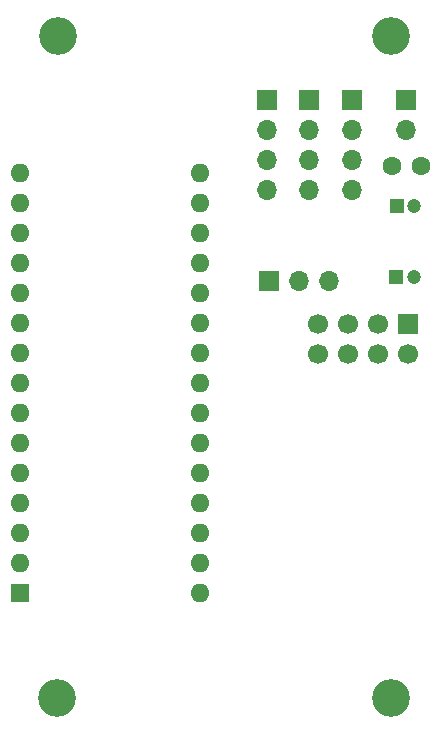
<source format=gbr>
%TF.GenerationSoftware,KiCad,Pcbnew,7.0.7*%
%TF.CreationDate,2023-10-16T17:56:00+02:00*%
%TF.ProjectId,arduino-nano-radio-transmitter,61726475-696e-46f2-9d6e-616e6f2d7261,0*%
%TF.SameCoordinates,Original*%
%TF.FileFunction,Soldermask,Bot*%
%TF.FilePolarity,Negative*%
%FSLAX46Y46*%
G04 Gerber Fmt 4.6, Leading zero omitted, Abs format (unit mm)*
G04 Created by KiCad (PCBNEW 7.0.7) date 2023-10-16 17:56:00*
%MOMM*%
%LPD*%
G01*
G04 APERTURE LIST*
%ADD10R,1.700000X1.700000*%
%ADD11O,1.700000X1.700000*%
%ADD12C,1.600000*%
%ADD13R,1.200000X1.200000*%
%ADD14C,1.200000*%
%ADD15C,3.200000*%
%ADD16C,1.700000*%
%ADD17R,1.600000X1.600000*%
%ADD18O,1.600000X1.600000*%
G04 APERTURE END LIST*
D10*
%TO.C,BT1*%
X107850000Y-44900000D03*
D11*
X107850000Y-47440000D03*
%TD*%
D10*
%TO.C,J1*%
X96050000Y-44900000D03*
D11*
X96050000Y-47440000D03*
X96050000Y-49980000D03*
X96050000Y-52520000D03*
%TD*%
D12*
%TO.C,C3*%
X106650000Y-50450000D03*
X109150000Y-50450000D03*
%TD*%
D13*
%TO.C,C1*%
X107027401Y-59850000D03*
D14*
X108527401Y-59850000D03*
%TD*%
D15*
%TO.C,REF\u002A\u002A*%
X106600000Y-95500000D03*
%TD*%
%TO.C,REF\u002A\u002A*%
X78400000Y-39500000D03*
%TD*%
D10*
%TO.C,J2*%
X99650000Y-44900000D03*
D11*
X99650000Y-47440000D03*
X99650000Y-49980000D03*
X99650000Y-52520000D03*
%TD*%
D15*
%TO.C,REF\u002A\u002A*%
X106600000Y-39500000D03*
%TD*%
D10*
%TO.C,J3*%
X103250000Y-44900000D03*
D11*
X103250000Y-47440000D03*
X103250000Y-49980000D03*
X103250000Y-52520000D03*
%TD*%
D15*
%TO.C,REF\u002A\u002A*%
X78300000Y-95500000D03*
%TD*%
D13*
%TO.C,C2*%
X107050000Y-53900000D03*
D14*
X108550000Y-53900000D03*
%TD*%
D10*
%TO.C,U2*%
X96270000Y-60250000D03*
D11*
X98810000Y-60250000D03*
X101350000Y-60250000D03*
%TD*%
D10*
%TO.C,U3*%
X107990000Y-63900000D03*
D16*
X107990000Y-66440000D03*
X105450000Y-63900000D03*
X105450000Y-66440000D03*
X102910000Y-63900000D03*
X102910000Y-66440000D03*
X100370000Y-63900000D03*
X100370000Y-66440000D03*
%TD*%
D17*
%TO.C,A1*%
X75160000Y-86660000D03*
D18*
X75160000Y-84120000D03*
X75160000Y-81580000D03*
X75160000Y-79040000D03*
X75160000Y-76500000D03*
X75160000Y-73960000D03*
X75160000Y-71420000D03*
X75160000Y-68880000D03*
X75160000Y-66340000D03*
X75160000Y-63800000D03*
X75160000Y-61260000D03*
X75160000Y-58720000D03*
X75160000Y-56180000D03*
X75160000Y-53640000D03*
X75160000Y-51100000D03*
X90400000Y-51100000D03*
X90400000Y-53640000D03*
X90400000Y-56180000D03*
X90400000Y-58720000D03*
X90400000Y-61260000D03*
X90400000Y-63800000D03*
X90400000Y-66340000D03*
X90400000Y-68880000D03*
X90400000Y-71420000D03*
X90400000Y-73960000D03*
X90400000Y-76500000D03*
X90400000Y-79040000D03*
X90400000Y-81580000D03*
X90400000Y-84120000D03*
X90400000Y-86660000D03*
%TD*%
M02*

</source>
